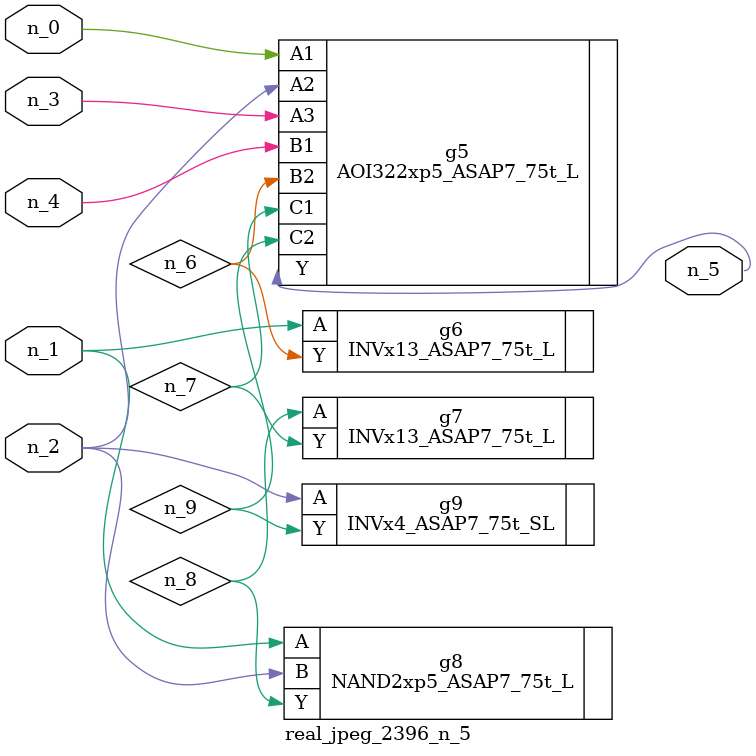
<source format=v>
module real_jpeg_2396_n_5 (n_4, n_0, n_1, n_2, n_3, n_5);

input n_4;
input n_0;
input n_1;
input n_2;
input n_3;

output n_5;

wire n_8;
wire n_6;
wire n_7;
wire n_9;

AOI322xp5_ASAP7_75t_L g5 ( 
.A1(n_0),
.A2(n_2),
.A3(n_3),
.B1(n_4),
.B2(n_6),
.C1(n_7),
.C2(n_9),
.Y(n_5)
);

INVx13_ASAP7_75t_L g6 ( 
.A(n_1),
.Y(n_6)
);

NAND2xp5_ASAP7_75t_L g8 ( 
.A(n_1),
.B(n_2),
.Y(n_8)
);

INVx4_ASAP7_75t_SL g9 ( 
.A(n_2),
.Y(n_9)
);

INVx13_ASAP7_75t_L g7 ( 
.A(n_8),
.Y(n_7)
);


endmodule
</source>
